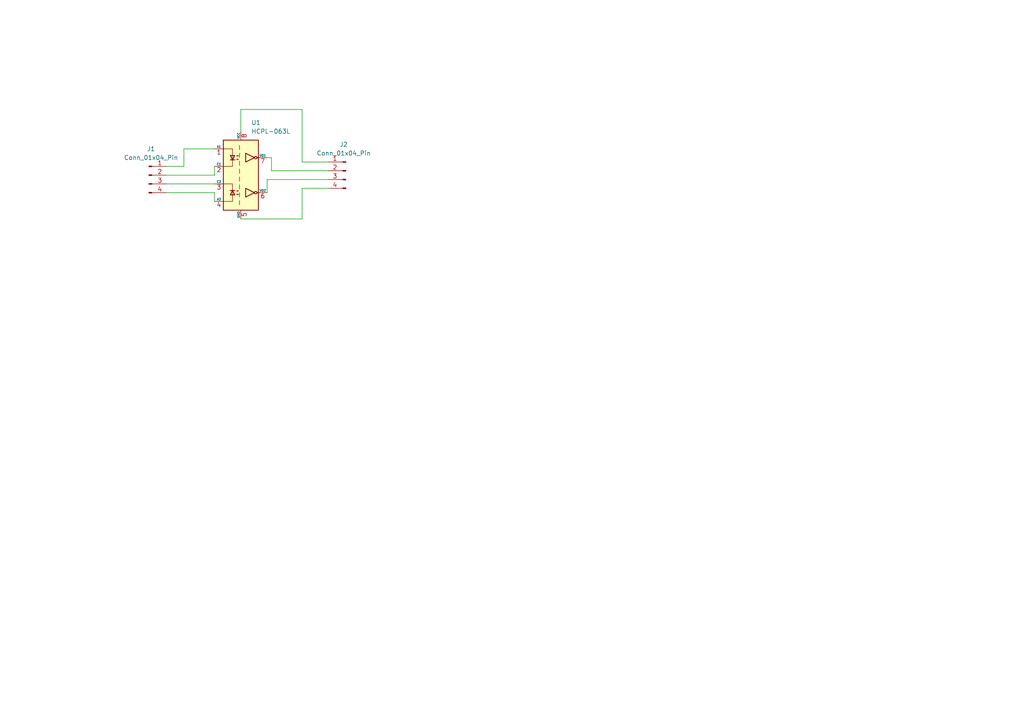
<source format=kicad_sch>
(kicad_sch (version 20231120) (generator "eeschema") (generator_version "8.0")
  (paper "A4")
  (lib_symbols
    (symbol "Connector:Conn_01x04_Pin" (pin_names (offset 1.016) hide)
      (property "Reference" "J" (at 0 5.08 0))
      (property "Value" "Conn_01x04_Pin" (at 0 -7.62 0))
      (symbol "Conn_01x04_Pin_1_1"
        (polyline (pts (xy 1.27 -5.08) (xy 0.8636 -5.08)) (stroke (width 0.1524)))
        (polyline (pts (xy 1.27 -2.54) (xy 0.8636 -2.54)) (stroke (width 0.1524)))
        (polyline (pts (xy 1.27 0) (xy 0.8636 0)) (stroke (width 0.1524)))
        (polyline (pts (xy 1.27 2.54) (xy 0.8636 2.54)) (stroke (width 0.1524)))
        (rectangle (start 0.8636 -4.953) (end 0 -5.207) (stroke (width 0.1524)) (fill (type outline)))
        (rectangle (start 0.8636 -2.413) (end 0 -2.667) (stroke (width 0.1524)) (fill (type outline)))
        (rectangle (start 0.8636 0.127) (end 0 -0.127) (stroke (width 0.1524)) (fill (type outline)))
        (rectangle (start 0.8636 2.667) (end 0 2.413) (stroke (width 0.1524)) (fill (type outline)))
        (pin passive line (at 5.08 2.54 180) (length 3.81) (name "Pin_1") (number "1"))
        (pin passive line (at 5.08 0 180) (length 3.81) (name "Pin_2") (number "2"))
        (pin passive line (at 5.08 -2.54 180) (length 3.81) (name "Pin_3") (number "3"))
        (pin passive line (at 5.08 -5.08 180) (length 3.81) (name "Pin_4") (number "4"))
      )
    )
    (symbol "Isolator:HCPL-0631" (pin_names (offset 0))
      (property "Reference" "U" (at -4.064 11.43 0))
      (property "Value" "HCPL-0631" (at 7.874 11.43 0))
      (symbol "HCPL-0631_0_1"
        (rectangle (start -5.08 10.16) (end 5.08 -10.16) (stroke (width 0.254)) (fill (type background)))
      )
      (symbol "HCPL-0631_1_1"
        (polyline (pts (xy -3.048 -4.445) (xy -1.778 -4.445)) (stroke (width 0.254)))
        (polyline (pts (xy -3.048 4.445) (xy -1.778 4.445)) (stroke (width 0.254)))
        (polyline (pts (xy -0.381 -7.366) (xy -0.381 -8.636)))
        (polyline (pts (xy -0.381 -5.08) (xy -0.381 -6.35)))
        (polyline (pts (xy -0.381 -2.794) (xy -0.381 -4.064)))
        (polyline (pts (xy -0.381 -0.508) (xy -0.381 -1.778)))
        (polyline (pts (xy -0.381 1.778) (xy -0.381 0.508)))
        (polyline (pts (xy -0.381 4.064) (xy -0.381 2.794)))
        (polyline (pts (xy -0.381 6.35) (xy -0.381 5.08)))
        (polyline (pts (xy -0.381 8.636) (xy -0.381 7.366)))
        (polyline (pts (xy 4.699 -5.08) (xy 5.207 -5.08)) (stroke (width 0.254)))
        (polyline (pts (xy 4.699 5.08) (xy 5.334 5.08)) (stroke (width 0.254)))
        (polyline (pts (xy -4.953 -7.62) (xy -2.413 -7.62) (xy -2.413 -5.715)))
        (polyline (pts (xy -4.953 7.62) (xy -2.413 7.62) (xy -2.413 4.318)))
        (polyline (pts (xy -2.413 -5.842) (xy -2.413 -2.54) (xy -4.953 -2.54)))
        (polyline (pts (xy -2.413 4.445) (xy -2.413 2.54) (xy -4.953 2.54)))
        (polyline (pts (xy -2.413 -4.445) (xy -3.048 -5.715) (xy -1.778 -5.715) (xy -2.413 -4.445)) (stroke (width 0.254)))
        (polyline (pts (xy -2.413 4.445) (xy -3.048 5.715) (xy -1.778 5.715) (xy -2.413 4.445)) (stroke (width 0.254)))
        (polyline (pts (xy 3.937 -5.08) (xy 1.397 -3.81) (xy 1.397 -6.35) (xy 3.937 -5.08)) (stroke (width 0.254)))
        (polyline (pts (xy 3.937 5.08) (xy 1.397 6.35) (xy 1.397 3.81) (xy 3.937 5.08)) (stroke (width 0.254)))
        (polyline (pts (xy -1.397 -5.588) (xy -0.635 -5.588) (xy -1.016 -5.715) (xy -1.016 -5.461) (xy -0.635 -5.588)) (stroke (width 0.127)))
        (polyline (pts (xy -1.397 -4.572) (xy -0.635 -4.572) (xy -1.016 -4.699) (xy -1.016 -4.445) (xy -0.635 -4.572)) (stroke (width 0.127)))
        (polyline (pts (xy -1.397 4.572) (xy -0.635 4.572) (xy -1.016 4.445) (xy -1.016 4.699) (xy -0.635 4.572)) (stroke (width 0.127)))
        (polyline (pts (xy -1.397 5.588) (xy -0.635 5.588) (xy -1.016 5.461) (xy -1.016 5.715) (xy -0.635 5.588)) (stroke (width 0.127)))
        (circle (center 4.318 -5.08) (radius 0.3556) (stroke (width 0.254)))
        (circle (center 4.318 5.08) (radius 0.3556) (stroke (width 0.254)))
        (pin passive line (at -7.62 7.62 0) (length 2.54) (name "A1") (number "1"))
        (pin passive line (at -7.62 2.54 0) (length 2.54) (name "C1") (number "2"))
        (pin passive line (at -7.62 -2.54 0) (length 2.54) (name "C2") (number "3"))
        (pin passive line (at -7.62 -7.62 0) (length 2.54) (name "A2") (number "4"))
        (pin power_in line (at 0 -12.7 90) (length 2.54) (name "GND") (number "5"))
        (pin open_collector line (at 7.62 -5.08 180) (length 2.54) (name "VO2") (number "6"))
        (pin open_collector line (at 7.62 5.08 180) (length 2.54) (name "VO1") (number "7"))
        (pin power_in line (at 0 12.7 270) (length 2.54) (name "VCC") (number "8"))
      )
    )
  )
  (wire (pts (xy 62.23 58.42) (xy 62.23 55.88)))
  (wire (pts (xy 78.74 49.53) (xy 95.25 49.53)))
  (wire (pts (xy 78.74 45.72) (xy 78.74 49.53)))
  (wire (pts (xy 87.63 31.75) (xy 87.63 46.99)))
  (wire (pts (xy 77.47 45.72) (xy 78.74 45.72)))
  (wire (pts (xy 62.23 43.18) (xy 53.34 43.18)))
  (wire (pts (xy 87.63 63.5) (xy 87.63 54.61)))
  (wire (pts (xy 87.63 54.61) (xy 95.25 54.61)))
  (wire (pts (xy 87.63 46.99) (xy 95.25 46.99)))
  (wire (pts (xy 62.23 50.8) (xy 48.26 50.8)))
  (wire (pts (xy 62.23 55.88) (xy 48.26 55.88)))
  (wire (pts (xy 77.47 52.07) (xy 95.25 52.07)))
  (wire (pts (xy 69.85 38.1) (xy 69.85 31.75)))
  (wire (pts (xy 69.85 63.5) (xy 87.63 63.5)))
  (wire (pts (xy 53.34 48.26) (xy 48.26 48.26)))
  (wire (pts (xy 53.34 43.18) (xy 53.34 48.26)))
  (wire (pts (xy 77.47 55.88) (xy 77.47 52.07)))
  (wire (pts (xy 48.26 53.34) (xy 62.23 53.34)))
  (wire (pts (xy 69.85 31.75) (xy 87.63 31.75)))
  (wire (pts (xy 62.23 48.26) (xy 62.23 50.8)))
  (symbol (lib_id "Connector:Conn_01x04_Pin") (at 43.18 50.8 0) (unit 1)
    (property "Reference" "J1" (at 43.815 43.18 0))
    (property "Value" "Conn_01x04_Pin" (at 43.815 45.72 0))
    (property "Footprint" "Connector_PinSocket_2.54mm:PinSocket_1x04_P2.54mm_Vertical" (effects (hide yes)))
    (property "Description" "Generic connector, single row, 01x04, script generated" (effects (hide yes)))
  )
  (symbol (lib_id "Connector:Conn_01x04_Pin") (at 100.33 49.53 0) (mirror y) (unit 1)
    (property "Reference" "J2" (at 99.695 41.91 0))
    (property "Value" "Conn_01x04_Pin" (at 99.695 44.45 0))
    (property "Footprint" "Connector_PinSocket_2.54mm:PinSocket_1x04_P2.54mm_Vertical" (effects (hide yes)))
    (property "Description" "Generic connector, single row, 01x04, script generated" (effects (hide yes)))
  )
  (symbol (lib_id "Isolator:HCPL-0631") (at 69.85 50.8 0) (unit 1)
    (property "Reference" "U1" (at 72.8665 35.56 0) (effects (justify left)))
    (property "Value" "HCPL-063L" (at 72.8665 38.1 0) (effects (justify left)))
    (property "Footprint" "Package_SO:SO-8_3.9x4.9mm_P1.27mm" (effects (hide yes)))
    (property "Datasheet" "https://docs.broadcom.com/docs/AV02-0940EN" (effects (hide yes)))
    (property "Description" "Dual High Speed LSTTL/TTL Compatible Optocoupler, dV/dt 10000/us, VCM 1000, max 7V VCC, SOIC-8" (effects (hide yes)))
  )
)
</source>
